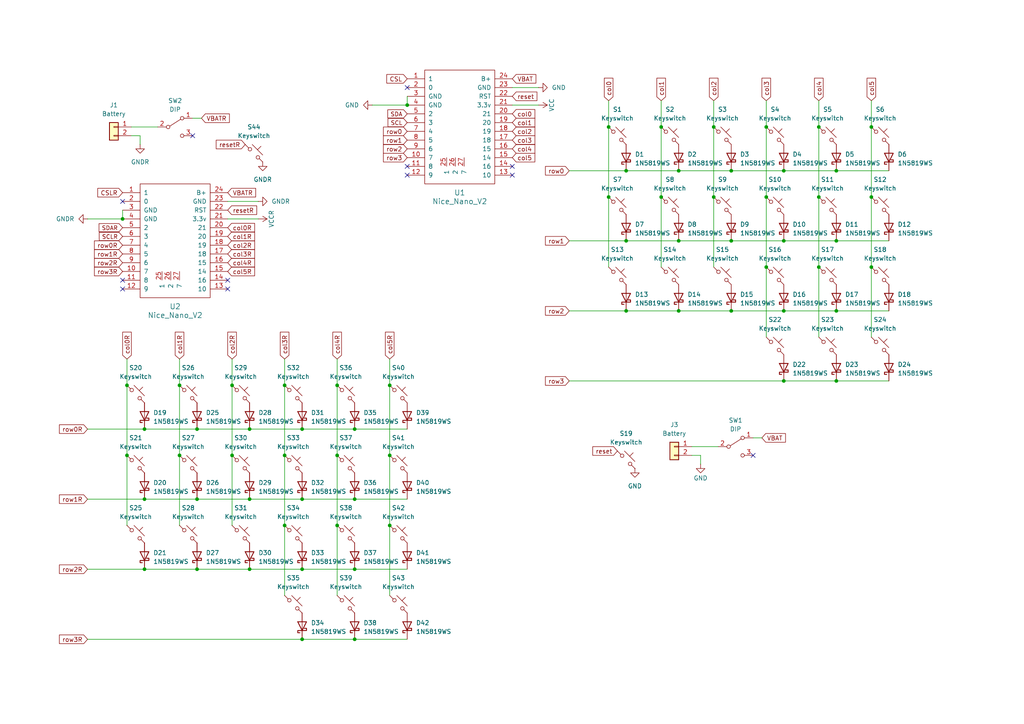
<source format=kicad_sch>
(kicad_sch (version 20231120) (generator "eeschema") (generator_version "8.0")
  (paper "A4")
  (junction (at 196.85 90.17))
  (junction (at 97.79 111.76))
  (junction (at 176.53 57.15))
  (junction (at 87.63 165.1))
  (junction (at 41.91 124.46))
  (junction (at 67.31 111.76))
  (junction (at 97.79 152.4))
  (junction (at 181.61 49.53))
  (junction (at 72.39 165.1))
  (junction (at 87.63 124.46))
  (junction (at 242.57 49.53))
  (junction (at 97.79 132.08))
  (junction (at 207.01 36.83))
  (junction (at 52.07 132.08))
  (junction (at 57.15 124.46))
  (junction (at 222.25 57.15))
  (junction (at 237.49 57.15))
  (junction (at 102.87 124.46))
  (junction (at 67.31 132.08))
  (junction (at 35.56 63.5))
  (junction (at 227.33 90.17))
  (junction (at 82.55 111.76))
  (junction (at 242.57 110.49))
  (junction (at 87.63 185.42))
  (junction (at 72.39 144.78))
  (junction (at 227.33 110.49))
  (junction (at 82.55 152.4))
  (junction (at 41.91 165.1))
  (junction (at 237.49 36.83))
  (junction (at 176.53 36.83))
  (junction (at 222.25 36.83))
  (junction (at 242.57 90.17))
  (junction (at 36.83 111.76))
  (junction (at 227.33 49.53))
  (junction (at 252.73 57.15))
  (junction (at 113.03 132.08))
  (junction (at 118.11 30.48))
  (junction (at 181.61 69.85))
  (junction (at 87.63 144.78))
  (junction (at 181.61 90.17))
  (junction (at 212.09 49.53))
  (junction (at 72.39 124.46))
  (junction (at 102.87 165.1))
  (junction (at 207.01 57.15))
  (junction (at 237.49 77.47))
  (junction (at 36.83 132.08))
  (junction (at 191.77 57.15))
  (junction (at 113.03 152.4))
  (junction (at 102.87 185.42))
  (junction (at 212.09 69.85))
  (junction (at 196.85 69.85))
  (junction (at 82.55 132.08))
  (junction (at 222.25 77.47))
  (junction (at 212.09 90.17))
  (junction (at 252.73 36.83))
  (junction (at 102.87 144.78))
  (junction (at 191.77 36.83))
  (junction (at 57.15 165.1))
  (junction (at 41.91 144.78))
  (junction (at 227.33 69.85))
  (junction (at 57.15 144.78))
  (junction (at 52.07 111.76))
  (junction (at 113.03 111.76))
  (junction (at 196.85 49.53))
  (junction (at 252.73 77.47))
  (junction (at 242.57 69.85))
  (no_connect (at 118.11 25.4))
  (no_connect (at 55.88 39.37))
  (no_connect (at 218.44 132.08))
  (no_connect (at 66.04 83.82))
  (no_connect (at 118.11 50.8))
  (no_connect (at 66.04 81.28))
  (no_connect (at 35.56 81.28))
  (no_connect (at 148.59 50.8))
  (no_connect (at 118.11 48.26))
  (no_connect (at 35.56 83.82))
  (no_connect (at 148.59 48.26))
  (no_connect (at 35.56 58.42))
  (wire (pts (xy 55.88 34.29) (xy 58.42 34.29)))
  (wire (pts (xy 66.04 58.42) (xy 74.93 58.42)))
  (wire (pts (xy 237.49 57.15) (xy 237.49 77.47)))
  (wire (pts (xy 52.07 111.76) (xy 52.07 132.08)))
  (wire (pts (xy 25.4 124.46) (xy 41.91 124.46)))
  (wire (pts (xy 227.33 90.17) (xy 242.57 90.17)))
  (wire (pts (xy 252.73 29.21) (xy 252.73 36.83)))
  (wire (pts (xy 82.55 104.14) (xy 82.55 111.76)))
  (wire (pts (xy 191.77 29.21) (xy 191.77 36.83)))
  (wire (pts (xy 36.83 104.14) (xy 36.83 111.76)))
  (wire (pts (xy 242.57 69.85) (xy 257.81 69.85)))
  (wire (pts (xy 102.87 185.42) (xy 118.11 185.42)))
  (wire (pts (xy 72.39 124.46) (xy 87.63 124.46)))
  (wire (pts (xy 252.73 36.83) (xy 252.73 57.15)))
  (wire (pts (xy 165.1 69.85) (xy 181.61 69.85)))
  (wire (pts (xy 52.07 104.14) (xy 52.07 111.76)))
  (wire (pts (xy 97.79 104.14) (xy 97.79 111.76)))
  (wire (pts (xy 87.63 144.78) (xy 102.87 144.78)))
  (wire (pts (xy 181.61 69.85) (xy 196.85 69.85)))
  (wire (pts (xy 41.91 165.1) (xy 57.15 165.1)))
  (wire (pts (xy 176.53 29.21) (xy 176.53 36.83)))
  (wire (pts (xy 57.15 144.78) (xy 72.39 144.78)))
  (wire (pts (xy 222.25 36.83) (xy 222.25 57.15)))
  (wire (pts (xy 45.72 36.83) (xy 38.1 36.83)))
  (wire (pts (xy 25.4 165.1) (xy 41.91 165.1)))
  (wire (pts (xy 207.01 57.15) (xy 207.01 77.47)))
  (wire (pts (xy 118.11 27.94) (xy 118.11 30.48)))
  (wire (pts (xy 222.25 57.15) (xy 222.25 77.47)))
  (wire (pts (xy 222.25 29.21) (xy 222.25 36.83)))
  (wire (pts (xy 200.66 132.08) (xy 203.2 132.08)))
  (wire (pts (xy 107.95 30.48) (xy 118.11 30.48)))
  (wire (pts (xy 87.63 124.46) (xy 102.87 124.46)))
  (wire (pts (xy 66.04 63.5) (xy 74.93 63.5)))
  (wire (pts (xy 203.2 132.08) (xy 203.2 134.62)))
  (wire (pts (xy 38.1 39.37) (xy 40.64 39.37)))
  (wire (pts (xy 82.55 111.76) (xy 82.55 132.08)))
  (wire (pts (xy 165.1 49.53) (xy 181.61 49.53)))
  (wire (pts (xy 176.53 57.15) (xy 176.53 77.47)))
  (wire (pts (xy 113.03 132.08) (xy 113.03 152.4)))
  (wire (pts (xy 196.85 49.53) (xy 212.09 49.53)))
  (wire (pts (xy 41.91 144.78) (xy 57.15 144.78)))
  (wire (pts (xy 97.79 111.76) (xy 97.79 132.08)))
  (wire (pts (xy 237.49 36.83) (xy 237.49 57.15)))
  (wire (pts (xy 176.53 36.83) (xy 176.53 57.15)))
  (wire (pts (xy 87.63 165.1) (xy 102.87 165.1)))
  (wire (pts (xy 57.15 124.46) (xy 72.39 124.46)))
  (wire (pts (xy 237.49 77.47) (xy 237.49 97.79)))
  (wire (pts (xy 242.57 49.53) (xy 257.81 49.53)))
  (wire (pts (xy 252.73 77.47) (xy 252.73 97.79)))
  (wire (pts (xy 102.87 144.78) (xy 118.11 144.78)))
  (wire (pts (xy 57.15 165.1) (xy 72.39 165.1)))
  (wire (pts (xy 196.85 90.17) (xy 212.09 90.17)))
  (wire (pts (xy 212.09 69.85) (xy 227.33 69.85)))
  (wire (pts (xy 36.83 111.76) (xy 36.83 132.08)))
  (wire (pts (xy 25.4 185.42) (xy 87.63 185.42)))
  (wire (pts (xy 148.59 30.48) (xy 156.21 30.48)))
  (wire (pts (xy 222.25 77.47) (xy 222.25 97.79)))
  (wire (pts (xy 165.1 110.49) (xy 227.33 110.49)))
  (wire (pts (xy 113.03 104.14) (xy 113.03 111.76)))
  (wire (pts (xy 25.4 63.5) (xy 35.56 63.5)))
  (wire (pts (xy 252.73 57.15) (xy 252.73 77.47)))
  (wire (pts (xy 227.33 110.49) (xy 242.57 110.49)))
  (wire (pts (xy 208.28 129.54) (xy 200.66 129.54)))
  (wire (pts (xy 52.07 132.08) (xy 52.07 152.4)))
  (wire (pts (xy 67.31 132.08) (xy 67.31 152.4)))
  (wire (pts (xy 72.39 144.78) (xy 87.63 144.78)))
  (wire (pts (xy 40.64 39.37) (xy 40.64 41.91)))
  (wire (pts (xy 102.87 165.1) (xy 118.11 165.1)))
  (wire (pts (xy 218.44 127) (xy 220.98 127)))
  (wire (pts (xy 191.77 36.83) (xy 191.77 57.15)))
  (wire (pts (xy 242.57 110.49) (xy 257.81 110.49)))
  (wire (pts (xy 113.03 111.76) (xy 113.03 132.08)))
  (wire (pts (xy 67.31 111.76) (xy 67.31 132.08)))
  (wire (pts (xy 36.83 132.08) (xy 36.83 152.4)))
  (wire (pts (xy 196.85 69.85) (xy 212.09 69.85)))
  (wire (pts (xy 181.61 90.17) (xy 196.85 90.17)))
  (wire (pts (xy 67.31 104.14) (xy 67.31 111.76)))
  (wire (pts (xy 25.4 144.78) (xy 41.91 144.78)))
  (wire (pts (xy 113.03 152.4) (xy 113.03 172.72)))
  (wire (pts (xy 165.1 90.17) (xy 181.61 90.17)))
  (wire (pts (xy 227.33 69.85) (xy 242.57 69.85)))
  (wire (pts (xy 242.57 90.17) (xy 257.81 90.17)))
  (wire (pts (xy 102.87 124.46) (xy 118.11 124.46)))
  (wire (pts (xy 72.39 165.1) (xy 87.63 165.1)))
  (wire (pts (xy 87.63 185.42) (xy 102.87 185.42)))
  (wire (pts (xy 82.55 132.08) (xy 82.55 152.4)))
  (wire (pts (xy 207.01 29.21) (xy 207.01 36.83)))
  (wire (pts (xy 97.79 132.08) (xy 97.79 152.4)))
  (wire (pts (xy 237.49 29.21) (xy 237.49 36.83)))
  (wire (pts (xy 227.33 49.53) (xy 242.57 49.53)))
  (wire (pts (xy 41.91 124.46) (xy 57.15 124.46)))
  (wire (pts (xy 191.77 57.15) (xy 191.77 77.47)))
  (wire (pts (xy 35.56 60.96) (xy 35.56 63.5)))
  (wire (pts (xy 207.01 36.83) (xy 207.01 57.15)))
  (wire (pts (xy 212.09 49.53) (xy 227.33 49.53)))
  (wire (pts (xy 148.59 25.4) (xy 156.21 25.4)))
  (wire (pts (xy 181.61 49.53) (xy 196.85 49.53)))
  (wire (pts (xy 212.09 90.17) (xy 227.33 90.17)))
  (wire (pts (xy 82.55 152.4) (xy 82.55 172.72)))
  (wire (pts (xy 97.79 152.4) (xy 97.79 172.72)))
  (global_label "VBAT" (shape input) (at 220.98 127 0) (property "Intersheetrefs" "${INTERSHEET_REFS}" (effects (hide yes))))
  (global_label "col3R" (shape input) (at 66.04 73.66 0) (property "Intersheetrefs" "${INTERSHEET_REFS}" (effects (hide yes))))
  (global_label "row2" (shape input) (at 118.11 43.18 180) (property "Intersheetrefs" "${INTERSHEET_REFS}" (effects (hide yes))))
  (global_label "CSL" (shape input) (at 118.11 22.86 180) (property "Intersheetrefs" "${INTERSHEET_REFS}" (effects (hide yes))))
  (global_label "SDA" (shape input) (at 118.11 33.02 180) (effects (font (size 1.1938 1.1938))) (property "Intersheetrefs" "${INTERSHEET_REFS}" (effects (hide yes))))
  (global_label "col5R" (shape input) (at 66.04 78.74 0) (property "Intersheetrefs" "${INTERSHEET_REFS}" (effects (hide yes))))
  (global_label "col1" (shape input) (at 148.59 35.56 0) (property "Intersheetrefs" "${INTERSHEET_REFS}" (effects (hide yes))))
  (global_label "VBATR" (shape input) (at 66.04 55.88 0) (property "Intersheetrefs" "${INTERSHEET_REFS}" (effects (hide yes))))
  (global_label "SDAR" (shape input) (at 35.56 66.04 180) (effects (font (size 1.1938 1.1938))) (property "Intersheetrefs" "${INTERSHEET_REFS}" (effects (hide yes))))
  (global_label "row2R" (shape input) (at 25.4 165.1 180) (property "Intersheetrefs" "${INTERSHEET_REFS}" (effects (hide yes))))
  (global_label "VBAT" (shape input) (at 148.59 22.86 0) (property "Intersheetrefs" "${INTERSHEET_REFS}" (effects (hide yes))))
  (global_label "col3" (shape input) (at 222.25 29.21 90) (property "Intersheetrefs" "${INTERSHEET_REFS}" (effects (hide yes))))
  (global_label "row0" (shape input) (at 165.1 49.53 180) (property "Intersheetrefs" "${INTERSHEET_REFS}" (effects (hide yes))))
  (global_label "col0R" (shape input) (at 66.04 66.04 0) (property "Intersheetrefs" "${INTERSHEET_REFS}" (effects (hide yes))))
  (global_label "col1R" (shape input) (at 52.07 104.14 90) (property "Intersheetrefs" "${INTERSHEET_REFS}" (effects (hide yes))))
  (global_label "col4" (shape input) (at 148.59 43.18 0) (property "Intersheetrefs" "${INTERSHEET_REFS}" (effects (hide yes))))
  (global_label "col2R" (shape input) (at 66.04 71.12 0) (property "Intersheetrefs" "${INTERSHEET_REFS}" (effects (hide yes))))
  (global_label "col1R" (shape input) (at 66.04 68.58 0) (property "Intersheetrefs" "${INTERSHEET_REFS}" (effects (hide yes))))
  (global_label "CSLR" (shape input) (at 35.56 55.88 180) (property "Intersheetrefs" "${INTERSHEET_REFS}" (effects (hide yes))))
  (global_label "VBATR" (shape input) (at 58.42 34.29 0) (property "Intersheetrefs" "${INTERSHEET_REFS}" (effects (hide yes))))
  (global_label "row2" (shape input) (at 165.1 90.17 180) (property "Intersheetrefs" "${INTERSHEET_REFS}" (effects (hide yes))))
  (global_label "col3" (shape input) (at 148.59 40.64 0) (property "Intersheetrefs" "${INTERSHEET_REFS}" (effects (hide yes))))
  (global_label "col0" (shape input) (at 176.53 29.21 90) (property "Intersheetrefs" "${INTERSHEET_REFS}" (effects (hide yes))))
  (global_label "row1R" (shape input) (at 25.4 144.78 180) (property "Intersheetrefs" "${INTERSHEET_REFS}" (effects (hide yes))))
  (global_label "row1R" (shape input) (at 35.56 73.66 180) (property "Intersheetrefs" "${INTERSHEET_REFS}" (effects (hide yes))))
  (global_label "col5" (shape input) (at 252.73 29.21 90) (property "Intersheetrefs" "${INTERSHEET_REFS}" (effects (hide yes))))
  (global_label "col4" (shape input) (at 237.49 29.21 90) (property "Intersheetrefs" "${INTERSHEET_REFS}" (effects (hide yes))))
  (global_label "col5R" (shape input) (at 113.03 104.14 90) (property "Intersheetrefs" "${INTERSHEET_REFS}" (effects (hide yes))))
  (global_label "col2R" (shape input) (at 67.31 104.14 90) (property "Intersheetrefs" "${INTERSHEET_REFS}" (effects (hide yes))))
  (global_label "col0R" (shape input) (at 36.83 104.14 90) (property "Intersheetrefs" "${INTERSHEET_REFS}" (effects (hide yes))))
  (global_label "SCL" (shape input) (at 118.11 35.56 180) (effects (font (size 1.1938 1.1938))) (property "Intersheetrefs" "${INTERSHEET_REFS}" (effects (hide yes))))
  (global_label "resetR" (shape input) (at 66.04 60.96 0) (property "Intersheetrefs" "${INTERSHEET_REFS}" (effects (hide yes))))
  (global_label "row0R" (shape input) (at 25.4 124.46 180) (property "Intersheetrefs" "${INTERSHEET_REFS}" (effects (hide yes))))
  (global_label "col3R" (shape input) (at 82.55 104.14 90) (property "Intersheetrefs" "${INTERSHEET_REFS}" (effects (hide yes))))
  (global_label "reset" (shape input) (at 148.59 27.94 0) (property "Intersheetrefs" "${INTERSHEET_REFS}" (effects (hide yes))))
  (global_label "row3R" (shape input) (at 35.56 78.74 180) (property "Intersheetrefs" "${INTERSHEET_REFS}" (effects (hide yes))))
  (global_label "resetR" (shape input) (at 71.12 41.91 180) (property "Intersheetrefs" "${INTERSHEET_REFS}" (effects (hide yes))))
  (global_label "row3R" (shape input) (at 25.4 185.42 180) (property "Intersheetrefs" "${INTERSHEET_REFS}" (effects (hide yes))))
  (global_label "reset" (shape input) (at 179.07 130.81 180) (property "Intersheetrefs" "${INTERSHEET_REFS}" (effects (hide yes))))
  (global_label "row3" (shape input) (at 165.1 110.49 180) (property "Intersheetrefs" "${INTERSHEET_REFS}" (effects (hide yes))))
  (global_label "row1" (shape input) (at 165.1 69.85 180) (property "Intersheetrefs" "${INTERSHEET_REFS}" (effects (hide yes))))
  (global_label "col4R" (shape input) (at 97.79 104.14 90) (property "Intersheetrefs" "${INTERSHEET_REFS}" (effects (hide yes))))
  (global_label "row0" (shape input) (at 118.11 38.1 180) (property "Intersheetrefs" "${INTERSHEET_REFS}" (effects (hide yes))))
  (global_label "col0" (shape input) (at 148.59 33.02 0) (property "Intersheetrefs" "${INTERSHEET_REFS}" (effects (hide yes))))
  (global_label "row1" (shape input) (at 118.11 40.64 180) (property "Intersheetrefs" "${INTERSHEET_REFS}" (effects (hide yes))))
  (global_label "col2" (shape input) (at 148.59 38.1 0) (property "Intersheetrefs" "${INTERSHEET_REFS}" (effects (hide yes))))
  (global_label "row3" (shape input) (at 118.11 45.72 180) (property "Intersheetrefs" "${INTERSHEET_REFS}" (effects (hide yes))))
  (global_label "col2" (shape input) (at 207.01 29.21 90) (property "Intersheetrefs" "${INTERSHEET_REFS}" (effects (hide yes))))
  (global_label "col1" (shape input) (at 191.77 29.21 90) (property "Intersheetrefs" "${INTERSHEET_REFS}" (effects (hide yes))))
  (global_label "col4R" (shape input) (at 66.04 76.2 0) (property "Intersheetrefs" "${INTERSHEET_REFS}" (effects (hide yes))))
  (global_label "row2R" (shape input) (at 35.56 76.2 180) (property "Intersheetrefs" "${INTERSHEET_REFS}" (effects (hide yes))))
  (global_label "SCLR" (shape input) (at 35.56 68.58 180) (effects (font (size 1.1938 1.1938))) (property "Intersheetrefs" "${INTERSHEET_REFS}" (effects (hide yes))))
  (global_label "row0R" (shape input) (at 35.56 71.12 180) (property "Intersheetrefs" "${INTERSHEET_REFS}" (effects (hide yes))))
  (global_label "col5" (shape input) (at 148.59 45.72 0) (property "Intersheetrefs" "${INTERSHEET_REFS}" (effects (hide yes))))
  (symbol (lib_id "power:GND") (at 156.21 25.4 90) (unit 1)
    (property "Reference" "#PWR02" (effects (hide yes)))
    (property "Value" "GND" (at 160.02 25.3999 90) (effects (justify right)))
    (property "Description" "Power symbol creates a global label with name \"GND\" , ground" (effects (hide yes)))
  )
  (symbol (lib_id "Diode:1N5819WS") (at 41.91 120.65 90) (unit 1)
    (property "Reference" "D19" (at 44.45 119.6974 90) (effects (justify right)))
    (property "Value" "1N5819WS" (at 44.45 122.2374 90) (effects (justify right)))
    (property "Footprint" "Keebio-Parts.pretty-master:D_SOD123" (effects (hide yes)))
    (property "Datasheet" "https://datasheet.lcsc.com/lcsc/2204281430_Guangdong-Hottech-1N5819WS_C191023.pdf" (effects (hide yes)))
    (property "Description" "40V 600mV@1A 1A SOD-323 Schottky Barrier Diodes, SOD-323" (effects (hide yes)))
  )
  (symbol (lib_id "Diode:1N5819WS") (at 181.61 45.72 90) (unit 1)
    (property "Reference" "D1" (at 184.15 44.7674 90) (effects (justify right)))
    (property "Value" "1N5819WS" (at 184.15 47.3074 90) (effects (justify right)))
    (property "Footprint" "Keebio-Parts.pretty-master:D_SOD123" (effects (hide yes)))
    (property "Datasheet" "https://datasheet.lcsc.com/lcsc/2204281430_Guangdong-Hottech-1N5819WS_C191023.pdf" (effects (hide yes)))
    (property "Description" "40V 600mV@1A 1A SOD-323 Schottky Barrier Diodes, SOD-323" (effects (hide yes)))
  )
  (symbol (lib_id "ScottoKeebs:Placeholder_Keyswitch") (at 69.85 114.3 0) (unit 1)
    (property "Reference" "S29" (at 69.85 106.68 0))
    (property "Value" "Keyswitch" (at 69.85 109.22 0))
    (property "Footprint" "Keebio-Parts.pretty-master:MXLP" (effects (hide yes)))
    (property "Description" "Push button switch, normally open, two pins, 45° tilted" (effects (hide yes)))
  )
  (symbol (lib_id "Diode:1N5819WS") (at 102.87 161.29 90) (unit 1)
    (property "Reference" "D37" (at 105.41 160.3374 90) (effects (justify right)))
    (property "Value" "1N5819WS" (at 105.41 162.8774 90) (effects (justify right)))
    (property "Footprint" "Keebio-Parts.pretty-master:D_SOD123" (effects (hide yes)))
    (property "Datasheet" "https://datasheet.lcsc.com/lcsc/2204281430_Guangdong-Hottech-1N5819WS_C191023.pdf" (effects (hide yes)))
    (property "Description" "40V 600mV@1A 1A SOD-323 Schottky Barrier Diodes, SOD-323" (effects (hide yes)))
  )
  (symbol (lib_id "ScottoKeebs:MCU_Nice_Nano_V2") (at 133.35 36.83 0) (unit 1)
    (property "Reference" "U1" (at 133.35 55.88 0) (effects (font (size 1.524 1.524))))
    (property "Value" "Nice_Nano_V2" (at 133.35 58.42 0) (effects (font (size 1.524 1.524))))
    (property "Footprint" "ScottoKeebs_MCU:Nice_Nano_V2" (effects (hide yes)))
  )
  (symbol (lib_id "Connector_Generic:Conn_01x02") (at 33.02 36.83 0) (mirror y) (unit 1)
    (property "Reference" "J1" (at 33.02 30.48 0))
    (property "Value" "Battery" (at 33.02 33.02 0))
    (property "Footprint" "Connector_PinHeader_2.54mm:PinHeader_1x02_P2.54mm_Vertical" (effects (hide yes)))
  )
  (symbol (lib_id "Diode:1N5819WS") (at 212.09 66.04 90) (unit 1)
    (property "Reference" "D9" (at 214.63 65.0874 90) (effects (justify right)))
    (property "Value" "1N5819WS" (at 214.63 67.6274 90) (effects (justify right)))
    (property "Footprint" "Keebio-Parts.pretty-master:D_SOD123" (effects (hide yes)))
    (property "Datasheet" "https://datasheet.lcsc.com/lcsc/2204281430_Guangdong-Hottech-1N5819WS_C191023.pdf" (effects (hide yes)))
    (property "Description" "40V 600mV@1A 1A SOD-323 Schottky Barrier Diodes, SOD-323" (effects (hide yes)))
  )
  (symbol (lib_id "ScottoKeebs:Placeholder_Keyswitch") (at 69.85 154.94 0) (unit 1)
    (property "Reference" "S31" (at 69.85 147.32 0))
    (property "Value" "Keyswitch" (at 69.85 149.86 0))
    (property "Footprint" "Keebio-Parts.pretty-master:MXLP" (effects (hide yes)))
    (property "Description" "Push button switch, normally open, two pins, 45° tilted" (effects (hide yes)))
  )
  (symbol (lib_id "Diode:1N5819WS") (at 227.33 86.36 90) (unit 1)
    (property "Reference" "D16" (at 229.87 85.4074 90) (effects (justify right)))
    (property "Value" "1N5819WS" (at 229.87 87.9474 90) (effects (justify right)))
    (property "Footprint" "Keebio-Parts.pretty-master:D_SOD123" (effects (hide yes)))
    (property "Datasheet" "https://datasheet.lcsc.com/lcsc/2204281430_Guangdong-Hottech-1N5819WS_C191023.pdf" (effects (hide yes)))
    (property "Description" "40V 600mV@1A 1A SOD-323 Schottky Barrier Diodes, SOD-323" (effects (hide yes)))
  )
  (symbol (lib_id "power:GND") (at 40.64 41.91 0) (unit 1)
    (property "Reference" "#PWR05" (effects (hide yes)))
    (property "Value" "GNDR" (at 40.64 46.99 0))
  )
  (symbol (lib_id "Diode:1N5819WS") (at 242.57 45.72 90) (unit 1)
    (property "Reference" "D5" (at 245.11 44.7674 90) (effects (justify right)))
    (property "Value" "1N5819WS" (at 245.11 47.3074 90) (effects (justify right)))
    (property "Footprint" "Keebio-Parts.pretty-master:D_SOD123" (effects (hide yes)))
    (property "Datasheet" "https://datasheet.lcsc.com/lcsc/2204281430_Guangdong-Hottech-1N5819WS_C191023.pdf" (effects (hide yes)))
    (property "Description" "40V 600mV@1A 1A SOD-323 Schottky Barrier Diodes, SOD-323" (effects (hide yes)))
  )
  (symbol (lib_id "ScottoKeebs:Placeholder_Keyswitch") (at 224.79 100.33 0) (unit 1)
    (property "Reference" "S22" (at 224.79 92.71 0))
    (property "Value" "Keyswitch" (at 224.79 95.25 0))
    (property "Footprint" "Keebio-Parts.pretty-master:MXLP" (effects (hide yes)))
    (property "Description" "Push button switch, normally open, two pins, 45° tilted" (effects (hide yes)))
  )
  (symbol (lib_id "ScottoKeebs:Placeholder_Keyswitch") (at 115.57 154.94 0) (unit 1)
    (property "Reference" "S42" (at 115.57 147.32 0))
    (property "Value" "Keyswitch" (at 115.57 149.86 0))
    (property "Footprint" "Keebio-Parts.pretty-master:MXLP" (effects (hide yes)))
    (property "Description" "Push button switch, normally open, two pins, 45° tilted" (effects (hide yes)))
  )
  (symbol (lib_id "ScottoKeebs:Placeholder_Keyswitch") (at 194.31 59.69 0) (unit 1)
    (property "Reference" "S8" (at 194.31 52.07 0))
    (property "Value" "Keyswitch" (at 194.31 54.61 0))
    (property "Footprint" "Keebio-Parts.pretty-master:MXLP" (effects (hide yes)))
    (property "Description" "Push button switch, normally open, two pins, 45° tilted" (effects (hide yes)))
  )
  (symbol (lib_id "Diode:1N5819WS") (at 57.15 161.29 90) (unit 1)
    (property "Reference" "D27" (at 59.69 160.3374 90) (effects (justify right)))
    (property "Value" "1N5819WS" (at 59.69 162.8774 90) (effects (justify right)))
    (property "Footprint" "Keebio-Parts.pretty-master:D_SOD123" (effects (hide yes)))
    (property "Datasheet" "https://datasheet.lcsc.com/lcsc/2204281430_Guangdong-Hottech-1N5819WS_C191023.pdf" (effects (hide yes)))
    (property "Description" "40V 600mV@1A 1A SOD-323 Schottky Barrier Diodes, SOD-323" (effects (hide yes)))
  )
  (symbol (lib_id "ScottoKeebs:Placeholder_Keyswitch") (at 240.03 39.37 0) (unit 1)
    (property "Reference" "S5" (at 240.03 31.75 0))
    (property "Value" "Keyswitch" (at 240.03 34.29 0))
    (property "Footprint" "Keebio-Parts.pretty-master:MXLP" (effects (hide yes)))
    (property "Description" "Push button switch, normally open, two pins, 45° tilted" (effects (hide yes)))
  )
  (symbol (lib_id "Diode:1N5819WS") (at 212.09 86.36 90) (unit 1)
    (property "Reference" "D15" (at 214.63 85.4074 90) (effects (justify right)))
    (property "Value" "1N5819WS" (at 214.63 87.9474 90) (effects (justify right)))
    (property "Footprint" "Keebio-Parts.pretty-master:D_SOD123" (effects (hide yes)))
    (property "Datasheet" "https://datasheet.lcsc.com/lcsc/2204281430_Guangdong-Hottech-1N5819WS_C191023.pdf" (effects (hide yes)))
    (property "Description" "40V 600mV@1A 1A SOD-323 Schottky Barrier Diodes, SOD-323" (effects (hide yes)))
  )
  (symbol (lib_id "ScottoKeebs:Placeholder_Keyswitch") (at 100.33 175.26 0) (unit 1)
    (property "Reference" "S39" (at 100.33 167.64 0))
    (property "Value" "Keyswitch" (at 100.33 170.18 0))
    (property "Footprint" "Keebio-Parts.pretty-master:MXLP" (effects (hide yes)))
    (property "Description" "Push button switch, normally open, two pins, 45° tilted" (effects (hide yes)))
  )
  (symbol (lib_id "Diode:1N5819WS") (at 257.81 45.72 90) (unit 1)
    (property "Reference" "D6" (at 260.35 44.7674 90) (effects (justify right)))
    (property "Value" "1N5819WS" (at 260.35 47.3074 90) (effects (justify right)))
    (property "Footprint" "Keebio-Parts.pretty-master:D_SOD123" (effects (hide yes)))
    (property "Datasheet" "https://datasheet.lcsc.com/lcsc/2204281430_Guangdong-Hottech-1N5819WS_C191023.pdf" (effects (hide yes)))
    (property "Description" "40V 600mV@1A 1A SOD-323 Schottky Barrier Diodes, SOD-323" (effects (hide yes)))
  )
  (symbol (lib_id "Diode:1N5819WS") (at 41.91 140.97 90) (unit 1)
    (property "Reference" "D20" (at 44.45 140.0174 90) (effects (justify right)))
    (property "Value" "1N5819WS" (at 44.45 142.5574 90) (effects (justify right)))
    (property "Footprint" "Keebio-Parts.pretty-master:D_SOD123" (effects (hide yes)))
    (property "Datasheet" "https://datasheet.lcsc.com/lcsc/2204281430_Guangdong-Hottech-1N5819WS_C191023.pdf" (effects (hide yes)))
    (property "Description" "40V 600mV@1A 1A SOD-323 Schottky Barrier Diodes, SOD-323" (effects (hide yes)))
  )
  (symbol (lib_id "ScottoKeebs:Placeholder_Keyswitch") (at 115.57 114.3 0) (unit 1)
    (property "Reference" "S40" (at 115.57 106.68 0))
    (property "Value" "Keyswitch" (at 115.57 109.22 0))
    (property "Footprint" "Keebio-Parts.pretty-master:MXLP" (effects (hide yes)))
    (property "Description" "Push button switch, normally open, two pins, 45° tilted" (effects (hide yes)))
  )
  (symbol (lib_id "power:GND") (at 107.95 30.48 270) (unit 1)
    (property "Reference" "#PWR03" (effects (hide yes)))
    (property "Value" "GND" (at 104.14 30.4799 90) (effects (justify right)))
    (property "Description" "Power symbol creates a global label with name \"GND\" , ground" (effects (hide yes)))
  )
  (symbol (lib_id "Diode:1N5819WS") (at 102.87 140.97 90) (unit 1)
    (property "Reference" "D36" (at 105.41 140.0174 90) (effects (justify right)))
    (property "Value" "1N5819WS" (at 105.41 142.5574 90) (effects (justify right)))
    (property "Footprint" "Keebio-Parts.pretty-master:D_SOD123" (effects (hide yes)))
    (property "Datasheet" "https://datasheet.lcsc.com/lcsc/2204281430_Guangdong-Hottech-1N5819WS_C191023.pdf" (effects (hide yes)))
    (property "Description" "40V 600mV@1A 1A SOD-323 Schottky Barrier Diodes, SOD-323" (effects (hide yes)))
  )
  (symbol (lib_id "ScottoKeebs:Placeholder_Keyswitch") (at 85.09 154.94 0) (unit 1)
    (property "Reference" "S34" (at 85.09 147.32 0))
    (property "Value" "Keyswitch" (at 85.09 149.86 0))
    (property "Footprint" "Keebio-Parts.pretty-master:MXLP" (effects (hide yes)))
    (property "Description" "Push button switch, normally open, two pins, 45° tilted" (effects (hide yes)))
  )
  (symbol (lib_id "Diode:1N5819WS") (at 257.81 106.68 90) (unit 1)
    (property "Reference" "D24" (at 260.35 105.7274 90) (effects (justify right)))
    (property "Value" "1N5819WS" (at 260.35 108.2674 90) (effects (justify right)))
    (property "Footprint" "Keebio-Parts.pretty-master:D_SOD123" (effects (hide yes)))
    (property "Datasheet" "https://datasheet.lcsc.com/lcsc/2204281430_Guangdong-Hottech-1N5819WS_C191023.pdf" (effects (hide yes)))
    (property "Description" "40V 600mV@1A 1A SOD-323 Schottky Barrier Diodes, SOD-323" (effects (hide yes)))
  )
  (symbol (lib_id "Diode:1N5819WS") (at 212.09 45.72 90) (unit 1)
    (property "Reference" "D3" (at 214.63 44.7674 90) (effects (justify right)))
    (property "Value" "1N5819WS" (at 214.63 47.3074 90) (effects (justify right)))
    (property "Footprint" "Keebio-Parts.pretty-master:D_SOD123" (effects (hide yes)))
    (property "Datasheet" "https://datasheet.lcsc.com/lcsc/2204281430_Guangdong-Hottech-1N5819WS_C191023.pdf" (effects (hide yes)))
    (property "Description" "40V 600mV@1A 1A SOD-323 Schottky Barrier Diodes, SOD-323" (effects (hide yes)))
  )
  (symbol (lib_id "corne-mxlp-rescue:VCC-power") (at 74.93 63.5 270) (unit 1)
    (property "Reference" "#PWR014" (effects (hide yes)))
    (property "Value" "VCCR" (at 78.74 63.5 0))
  )
  (symbol (lib_id "Connector_Generic:Conn_01x02") (at 195.58 129.54 0) (mirror y) (unit 1)
    (property "Reference" "J3" (at 195.58 123.19 0))
    (property "Value" "Battery" (at 195.58 125.73 0))
    (property "Footprint" "Connector_PinHeader_2.54mm:PinHeader_1x02_P2.54mm_Vertical" (effects (hide yes)))
  )
  (symbol (lib_id "ScottoKeebs:Placeholder_Keyswitch") (at 255.27 39.37 0) (unit 1)
    (property "Reference" "S6" (at 255.27 31.75 0))
    (property "Value" "Keyswitch" (at 255.27 34.29 0))
    (property "Footprint" "Keebio-Parts.pretty-master:MXLP" (effects (hide yes)))
    (property "Description" "Push button switch, normally open, two pins, 45° tilted" (effects (hide yes)))
  )
  (symbol (lib_id "Diode:1N5819WS") (at 102.87 181.61 90) (unit 1)
    (property "Reference" "D38" (at 105.41 180.6574 90) (effects (justify right)))
    (property "Value" "1N5819WS" (at 105.41 183.1974 90) (effects (justify right)))
    (property "Footprint" "Keebio-Parts.pretty-master:D_SOD123" (effects (hide yes)))
    (property "Datasheet" "https://datasheet.lcsc.com/lcsc/2204281430_Guangdong-Hottech-1N5819WS_C191023.pdf" (effects (hide yes)))
    (property "Description" "40V 600mV@1A 1A SOD-323 Schottky Barrier Diodes, SOD-323" (effects (hide yes)))
  )
  (symbol (lib_id "corne-mxlp-rescue:VCC-power") (at 156.21 30.48 270) (unit 1)
    (property "Reference" "#PWR08" (effects (hide yes)))
    (property "Value" "VCC" (at 160.02 30.48 0))
  )
  (symbol (lib_id "ScottoKeebs:Placeholder_Keyswitch") (at 115.57 175.26 0) (unit 1)
    (property "Reference" "S43" (at 115.57 167.64 0))
    (property "Value" "Keyswitch" (at 115.57 170.18 0))
    (property "Footprint" "Keebio-Parts.pretty-master:MXLP" (effects (hide yes)))
    (property "Description" "Push button switch, normally open, two pins, 45° tilted" (effects (hide yes)))
  )
  (symbol (lib_id "ScottoKeebs:Placeholder_Keyswitch") (at 194.31 39.37 0) (unit 1)
    (property "Reference" "S2" (at 194.31 31.75 0))
    (property "Value" "Keyswitch" (at 194.31 34.29 0))
    (property "Footprint" "Keebio-Parts.pretty-master:MXLP" (effects (hide yes)))
    (property "Description" "Push button switch, normally open, two pins, 45° tilted" (effects (hide yes)))
  )
  (symbol (lib_id "ScottoKeebs:Placeholder_Keyswitch") (at 255.27 100.33 0) (unit 1)
    (property "Reference" "S24" (at 255.27 92.71 0))
    (property "Value" "Keyswitch" (at 255.27 95.25 0))
    (property "Footprint" "Keebio-Parts.pretty-master:MXLP" (effects (hide yes)))
    (property "Description" "Push button switch, normally open, two pins, 45° tilted" (effects (hide yes)))
  )
  (symbol (lib_id "Switch:SW_SPDT") (at 213.36 129.54 0) (unit 1)
    (property "Reference" "SW1" (at 213.36 121.92 0))
    (property "Value" "DIP" (at 213.36 124.46 0))
    (property "Footprint" "Button_Switch_SMD:SW_SPDT_PCM12" (effects (hide yes)))
    (property "LCSC Part Number" "C221841" (effects (hide yes)))
  )
  (symbol (lib_id "Diode:1N5819WS") (at 196.85 86.36 90) (unit 1)
    (property "Reference" "D14" (at 199.39 85.4074 90) (effects (justify right)))
    (property "Value" "1N5819WS" (at 199.39 87.9474 90) (effects (justify right)))
    (property "Footprint" "Keebio-Parts.pretty-master:D_SOD123" (effects (hide yes)))
    (property "Datasheet" "https://datasheet.lcsc.com/lcsc/2204281430_Guangdong-Hottech-1N5819WS_C191023.pdf" (effects (hide yes)))
    (property "Description" "40V 600mV@1A 1A SOD-323 Schottky Barrier Diodes, SOD-323" (effects (hide yes)))
  )
  (symbol (lib_id "Diode:1N5819WS") (at 181.61 66.04 90) (unit 1)
    (property "Reference" "D7" (at 184.15 65.0874 90) (effects (justify right)))
    (property "Value" "1N5819WS" (at 184.15 67.6274 90) (effects (justify right)))
    (property "Footprint" "Keebio-Parts.pretty-master:D_SOD123" (effects (hide yes)))
    (property "Datasheet" "https://datasheet.lcsc.com/lcsc/2204281430_Guangdong-Hottech-1N5819WS_C191023.pdf" (effects (hide yes)))
    (property "Description" "40V 600mV@1A 1A SOD-323 Schottky Barrier Diodes, SOD-323" (effects (hide yes)))
  )
  (symbol (lib_id "Diode:1N5819WS") (at 87.63 120.65 90) (unit 1)
    (property "Reference" "D31" (at 90.17 119.6974 90) (effects (justify right)))
    (property "Value" "1N5819WS" (at 90.17 122.2374 90) (effects (justify right)))
    (property "Footprint" "Keebio-Parts.pretty-master:D_SOD123" (effects (hide yes)))
    (property "Datasheet" "https://datasheet.lcsc.com/lcsc/2204281430_Guangdong-Hottech-1N5819WS_C191023.pdf" (effects (hide yes)))
    (property "Description" "40V 600mV@1A 1A SOD-323 Schottky Barrier Diodes, SOD-323" (effects (hide yes)))
  )
  (symbol (lib_id "ScottoKeebs:Placeholder_Keyswitch") (at 179.07 59.69 0) (unit 1)
    (property "Reference" "S7" (at 179.07 52.07 0))
    (property "Value" "Keyswitch" (at 179.07 54.61 0))
    (property "Footprint" "Keebio-Parts.pretty-master:MXLP" (effects (hide yes)))
    (property "Description" "Push button switch, normally open, two pins, 45° tilted" (effects (hide yes)))
  )
  (symbol (lib_id "ScottoKeebs:Placeholder_Keyswitch") (at 100.33 154.94 0) (unit 1)
    (property "Reference" "S38" (at 100.33 147.32 0))
    (property "Value" "Keyswitch" (at 100.33 149.86 0))
    (property "Footprint" "Keebio-Parts.pretty-master:MXLP" (effects (hide yes)))
    (property "Description" "Push button switch, normally open, two pins, 45° tilted" (effects (hide yes)))
  )
  (symbol (lib_id "ScottoKeebs:Placeholder_Keyswitch") (at 224.79 59.69 0) (unit 1)
    (property "Reference" "S10" (at 224.79 52.07 0))
    (property "Value" "Keyswitch" (at 224.79 54.61 0))
    (property "Footprint" "Keebio-Parts.pretty-master:MXLP" (effects (hide yes)))
    (property "Description" "Push button switch, normally open, two pins, 45° tilted" (effects (hide yes)))
  )
  (symbol (lib_id "ScottoKeebs:Placeholder_Keyswitch") (at 255.27 80.01 0) (unit 1)
    (property "Reference" "S18" (at 255.27 72.39 0))
    (property "Value" "Keyswitch" (at 255.27 74.93 0))
    (property "Footprint" "Keebio-Parts.pretty-master:MXLP" (effects (hide yes)))
    (property "Description" "Push button switch, normally open, two pins, 45° tilted" (effects (hide yes)))
  )
  (symbol (lib_id "power:GND") (at 25.4 63.5 270) (unit 1)
    (property "Reference" "#PWR04" (effects (hide yes)))
    (property "Value" "GNDR" (at 21.59 63.4999 90) (effects (justify right)))
    (property "Description" "Power symbol creates a global label with name \"GND\" , ground" (effects (hide yes)))
  )
  (symbol (lib_id "Diode:1N5819WS") (at 242.57 106.68 90) (unit 1)
    (property "Reference" "D23" (at 245.11 105.7274 90) (effects (justify right)))
    (property "Value" "1N5819WS" (at 245.11 108.2674 90) (effects (justify right)))
    (property "Footprint" "Keebio-Parts.pretty-master:D_SOD123" (effects (hide yes)))
    (property "Datasheet" "https://datasheet.lcsc.com/lcsc/2204281430_Guangdong-Hottech-1N5819WS_C191023.pdf" (effects (hide yes)))
    (property "Description" "40V 600mV@1A 1A SOD-323 Schottky Barrier Diodes, SOD-323" (effects (hide yes)))
  )
  (symbol (lib_id "ScottoKeebs:Placeholder_Keyswitch") (at 73.66 44.45 0) (unit 1)
    (property "Reference" "S44" (at 73.66 36.83 0))
    (property "Value" "Keyswitch" (at 73.66 39.37 0))
    (property "Footprint" "kbd:ResetSW" (effects (hide yes)))
    (property "Description" "Push button switch, normally open, two pins, 45° tilted" (effects (hide yes)))
  )
  (symbol (lib_id "Diode:1N5819WS") (at 196.85 66.04 90) (unit 1)
    (property "Reference" "D8" (at 199.39 65.0874 90) (effects (justify right)))
    (property "Value" "1N5819WS" (at 199.39 67.6274 90) (effects (justify right)))
    (property "Footprint" "Keebio-Parts.pretty-master:D_SOD123" (effects (hide yes)))
    (property "Datasheet" "https://datasheet.lcsc.com/lcsc/2204281430_Guangdong-Hottech-1N5819WS_C191023.pdf" (effects (hide yes)))
    (property "Description" "40V 600mV@1A 1A SOD-323 Schottky Barrier Diodes, SOD-323" (effects (hide yes)))
  )
  (symbol (lib_id "Diode:1N5819WS") (at 87.63 161.29 90) (unit 1)
    (property "Reference" "D33" (at 90.17 160.3374 90) (effects (justify right)))
    (property "Value" "1N5819WS" (at 90.17 162.8774 90) (effects (justify right)))
    (property "Footprint" "Keebio-Parts.pretty-master:D_SOD123" (effects (hide yes)))
    (property "Datasheet" "https://datasheet.lcsc.com/lcsc/2204281430_Guangdong-Hottech-1N5819WS_C191023.pdf" (effects (hide yes)))
    (property "Description" "40V 600mV@1A 1A SOD-323 Schottky Barrier Diodes, SOD-323" (effects (hide yes)))
  )
  (symbol (lib_id "ScottoKeebs:Placeholder_Keyswitch") (at 240.03 80.01 0) (unit 1)
    (property "Reference" "S17" (at 240.03 72.39 0))
    (property "Value" "Keyswitch" (at 240.03 74.93 0))
    (property "Footprint" "Keebio-Parts.pretty-master:MXLP" (effects (hide yes)))
    (property "Description" "Push button switch, normally open, two pins, 45° tilted" (effects (hide yes)))
  )
  (symbol (lib_id "Switch:SW_SPDT") (at 50.8 36.83 0) (unit 1)
    (property "Reference" "SW2" (at 50.8 29.21 0))
    (property "Value" "DIP" (at 50.8 31.75 0))
    (property "Footprint" "Button_Switch_SMD:SW_SPDT_PCM12" (effects (hide yes)))
    (property "LCSC Part Number" "C221841" (effects (hide yes)))
  )
  (symbol (lib_id "ScottoKeebs:Placeholder_Keyswitch") (at 85.09 134.62 0) (unit 1)
    (property "Reference" "S33" (at 85.09 127 0))
    (property "Value" "Keyswitch" (at 85.09 129.54 0))
    (property "Footprint" "Keebio-Parts.pretty-master:MXLP" (effects (hide yes)))
    (property "Description" "Push button switch, normally open, two pins, 45° tilted" (effects (hide yes)))
  )
  (symbol (lib_id "ScottoKeebs:Placeholder_Keyswitch") (at 240.03 100.33 0) (unit 1)
    (property "Reference" "S23" (at 240.03 92.71 0))
    (property "Value" "Keyswitch" (at 240.03 95.25 0))
    (property "Footprint" "Keebio-Parts.pretty-master:MXLP" (effects (hide yes)))
    (property "Description" "Push button switch, normally open, two pins, 45° tilted" (effects (hide yes)))
  )
  (symbol (lib_id "ScottoKeebs:Placeholder_Keyswitch") (at 179.07 39.37 0) (unit 1)
    (property "Reference" "S1" (at 179.07 31.75 0))
    (property "Value" "Keyswitch" (at 179.07 34.29 0))
    (property "Footprint" "Keebio-Parts.pretty-master:MXLP" (effects (hide yes)))
    (property "Description" "Push button switch, normally open, two pins, 45° tilted" (effects (hide yes)))
  )
  (symbol (lib_id "ScottoKeebs:Placeholder_Keyswitch") (at 209.55 39.37 0) (unit 1)
    (property "Reference" "S3" (at 209.55 31.75 0))
    (property "Value" "Keyswitch" (at 209.55 34.29 0))
    (property "Footprint" "Keebio-Parts.pretty-master:MXLP" (effects (hide yes)))
    (property "Description" "Push button switch, normally open, two pins, 45° tilted" (effects (hide yes)))
  )
  (symbol (lib_id "ScottoKeebs:Placeholder_Keyswitch") (at 69.85 134.62 0) (unit 1)
    (property "Reference" "S30" (at 69.85 127 0))
    (property "Value" "Keyswitch" (at 69.85 129.54 0))
    (property "Footprint" "Keebio-Parts.pretty-master:MXLP" (effects (hide yes)))
    (property "Description" "Push button switch, normally open, two pins, 45° tilted" (effects (hide yes)))
  )
  (symbol (lib_id "Diode:1N5819WS") (at 257.81 66.04 90) (unit 1)
    (property "Reference" "D12" (at 260.35 65.0874 90) (effects (justify right)))
    (property "Value" "1N5819WS" (at 260.35 67.6274 90) (effects (justify right)))
    (property "Footprint" "Keebio-Parts.pretty-master:D_SOD123" (effects (hide yes)))
    (property "Datasheet" "https://datasheet.lcsc.com/lcsc/2204281430_Guangdong-Hottech-1N5819WS_C191023.pdf" (effects (hide yes)))
    (property "Description" "40V 600mV@1A 1A SOD-323 Schottky Barrier Diodes, SOD-323" (effects (hide yes)))
  )
  (symbol (lib_id "Diode:1N5819WS") (at 57.15 140.97 90) (unit 1)
    (property "Reference" "D26" (at 59.69 140.0174 90) (effects (justify right)))
    (property "Value" "1N5819WS" (at 59.69 142.5574 90) (effects (justify right)))
    (property "Footprint" "Keebio-Parts.pretty-master:D_SOD123" (effects (hide yes)))
    (property "Datasheet" "https://datasheet.lcsc.com/lcsc/2204281430_Guangdong-Hottech-1N5819WS_C191023.pdf" (effects (hide yes)))
    (property "Description" "40V 600mV@1A 1A SOD-323 Schottky Barrier Diodes, SOD-323" (effects (hide yes)))
  )
  (symbol (lib_id "Diode:1N5819WS") (at 227.33 106.68 90) (unit 1)
    (property "Reference" "D22" (at 229.87 105.7274 90) (effects (justify right)))
    (property "Value" "1N5819WS" (at 229.87 108.2674 90) (effects (justify right)))
    (property "Footprint" "Keebio-Parts.pretty-master:D_SOD123" (effects (hide yes)))
    (property "Datasheet" "https://datasheet.lcsc.com/lcsc/2204281430_Guangdong-Hottech-1N5819WS_C191023.pdf" (effects (hide yes)))
    (property "Description" "40V 600mV@1A 1A SOD-323 Schottky Barrier Diodes, SOD-323" (effects (hide yes)))
  )
  (symbol (lib_id "Diode:1N5819WS") (at 227.33 45.72 90) (unit 1)
    (property "Reference" "D4" (at 229.87 44.7674 90) (effects (justify right)))
    (property "Value" "1N5819WS" (at 229.87 47.3074 90) (effects (justify right)))
    (property "Footprint" "Keebio-Parts.pretty-master:D_SOD123" (effects (hide yes)))
    (property "Datasheet" "https://datasheet.lcsc.com/lcsc/2204281430_Guangdong-Hottech-1N5819WS_C191023.pdf" (effects (hide yes)))
    (property "Description" "40V 600mV@1A 1A SOD-323 Schottky Barrier Diodes, SOD-323" (effects (hide yes)))
  )
  (symbol (lib_id "power:GND") (at 184.15 135.89 0) (unit 1)
    (property "Reference" "#PWR01" (effects (hide yes)))
    (property "Value" "GND" (at 184.15 140.97 0))
    (property "Description" "Power symbol creates a global label with name \"GND\" , ground" (effects (hide yes)))
  )
  (symbol (lib_id "ScottoKeebs:Placeholder_Keyswitch") (at 224.79 80.01 0) (unit 1)
    (property "Reference" "S16" (at 224.79 72.39 0))
    (property "Value" "Keyswitch" (at 224.79 74.93 0))
    (property "Footprint" "Keebio-Parts.pretty-master:MXLP" (effects (hide yes)))
    (property "Description" "Push button switch, normally open, two pins, 45° tilted" (effects (hide yes)))
  )
  (symbol (lib_id "ScottoKeebs:Placeholder_Keyswitch") (at 115.57 134.62 0) (unit 1)
    (property "Reference" "S41" (at 115.57 127 0))
    (property "Value" "Keyswitch" (at 115.57 129.54 0))
    (property "Footprint" "Keebio-Parts.pretty-master:MXLP" (effects (hide yes)))
    (property "Description" "Push button switch, normally open, two pins, 45° tilted" (effects (hide yes)))
  )
  (symbol (lib_id "ScottoKeebs:Placeholder_Keyswitch") (at 179.07 80.01 0) (unit 1)
    (property "Reference" "S13" (at 179.07 72.39 0))
    (property "Value" "Keyswitch" (at 179.07 74.93 0))
    (property "Footprint" "Keebio-Parts.pretty-master:MXLP" (effects (hide yes)))
    (property "Description" "Push button switch, normally open, two pins, 45° tilted" (effects (hide yes)))
  )
  (symbol (lib_id "power:GND") (at 203.2 134.62 0) (unit 1)
    (property "Reference" "#PWR011" (effects (hide yes)))
    (property "Value" "GND" (at 203.2 138.6761 0))
  )
  (symbol (lib_id "ScottoKeebs:Placeholder_Keyswitch") (at 39.37 114.3 0) (unit 1)
    (property "Reference" "S20" (at 39.37 106.68 0))
    (property "Value" "Keyswitch" (at 39.37 109.22 0))
    (property "Footprint" "Keebio-Parts.pretty-master:MXLP" (effects (hide yes)))
    (property "Description" "Push button switch, normally open, two pins, 45° tilted" (effects (hide yes)))
  )
  (symbol (lib_id "ScottoKeebs:Placeholder_Keyswitch") (at 255.27 59.69 0) (unit 1)
    (property "Reference" "S12" (at 255.27 52.07 0))
    (property "Value" "Keyswitch" (at 255.27 54.61 0))
    (property "Footprint" "Keebio-Parts.pretty-master:MXLP" (effects (hide yes)))
    (property "Description" "Push button switch, normally open, two pins, 45° tilted" (effects (hide yes)))
  )
  (symbol (lib_id "Diode:1N5819WS") (at 72.39 161.29 90) (unit 1)
    (property "Reference" "D30" (at 74.93 160.3374 90) (effects (justify right)))
    (property "Value" "1N5819WS" (at 74.93 162.8774 90) (effects (justify right)))
    (property "Footprint" "Keebio-Parts.pretty-master:D_SOD123" (effects (hide yes)))
    (property "Datasheet" "https://datasheet.lcsc.com/lcsc/2204281430_Guangdong-Hottech-1N5819WS_C191023.pdf" (effects (hide yes)))
    (property "Description" "40V 600mV@1A 1A SOD-323 Schottky Barrier Diodes, SOD-323" (effects (hide yes)))
  )
  (symbol (lib_id "Diode:1N5819WS") (at 196.85 45.72 90) (unit 1)
    (property "Reference" "D2" (at 199.39 44.7674 90) (effects (justify right)))
    (property "Value" "1N5819WS" (at 199.39 47.3074 90) (effects (justify right)))
    (property "Footprint" "Keebio-Parts.pretty-master:D_SOD123" (effects (hide yes)))
    (property "Datasheet" "https://datasheet.lcsc.com/lcsc/2204281430_Guangdong-Hottech-1N5819WS_C191023.pdf" (effects (hide yes)))
    (property "Description" "40V 600mV@1A 1A SOD-323 Schottky Barrier Diodes, SOD-323" (effects (hide yes)))
  )
  (symbol (lib_id "Diode:1N5819WS") (at 118.11 161.29 90) (unit 1)
    (property "Reference" "D41" (at 120.65 160.3374 90) (effects (justify right)))
    (property "Value" "1N5819WS" (at 120.65 162.8774 90) (effects (justify right)))
    (property "Footprint" "Keebio-Parts.pretty-master:D_SOD123" (effects (hide yes)))
    (property "Datasheet" "https://datasheet.lcsc.com/lcsc/2204281430_Guangdong-Hottech-1N5819WS_C191023.pdf" (effects (hide yes)))
    (property "Description" "40V 600mV@1A 1A SOD-323 Schottky Barrier Diodes, SOD-323" (effects (hide yes)))
  )
  (symbol (lib_id "Diode:1N5819WS") (at 257.81 86.36 90) (unit 1)
    (property "Reference" "D18" (at 260.35 85.4074 90) (effects (justify right)))
    (property "Value" "1N5819WS" (at 260.35 87.9474 90) (effects (justify right)))
    (property "Footprint" "Keebio-Parts.pretty-master:D_SOD123" (effects (hide yes)))
    (property "Datasheet" "https://datasheet.lcsc.com/lcsc/2204281430_Guangdong-Hottech-1N5819WS_C191023.pdf" (effects (hide yes)))
    (property "Description" "40V 600mV@1A 1A SOD-323 Schottky Barrier Diodes, SOD-323" (effects (hide yes)))
  )
  (symbol (lib_id "ScottoKeebs:MCU_Nice_Nano_V2") (at 50.8 69.85 0) (unit 1)
    (property "Reference" "U2" (at 50.8 88.9 0) (effects (font (size 1.524 1.524))))
    (property "Value" "Nice_Nano_V2" (at 50.8 91.44 0) (effects (font (size 1.524 1.524))))
    (property "Footprint" "ScottoKeebs_MCU:Nice_Nano_V2" (effects (hide yes)))
  )
  (symbol (lib_id "Diode:1N5819WS") (at 118.11 140.97 90) (unit 1)
    (property "Reference" "D40" (at 120.65 140.0174 90) (effects (justify right)))
    (property "Value" "1N5819WS" (at 120.65 142.5574 90) (effects (justify right)))
    (property "Footprint" "Keebio-Parts.pretty-master:D_SOD123" (effects (hide yes)))
    (property "Datasheet" "https://datasheet.lcsc.com/lcsc/2204281430_Guangdong-Hottech-1N5819WS_C191023.pdf" (effects (hide yes)))
    (property "Description" "40V 600mV@1A 1A SOD-323 Schottky Barrier Diodes, SOD-323" (effects (hide yes)))
  )
  (symbol (lib_id "ScottoKeebs:Placeholder_Keyswitch") (at 194.31 80.01 0) (unit 1)
    (property "Reference" "S14" (at 194.31 72.39 0))
    (property "Value" "Keyswitch" (at 194.31 74.93 0))
    (property "Footprint" "Keebio-Parts.pretty-master:MXLP" (effects (hide yes)))
    (property "Description" "Push button switch, normally open, two pins, 45° tilted" (effects (hide yes)))
  )
  (symbol (lib_id "Diode:1N5819WS") (at 242.57 66.04 90) (unit 1)
    (property "Reference" "D11" (at 245.11 65.0874 90) (effects (justify right)))
    (property "Value" "1N5819WS" (at 245.11 67.6274 90) (effects (justify right)))
    (property "Footprint" "Keebio-Parts.pretty-master:D_SOD123" (effects (hide yes)))
    (property "Datasheet" "https://datasheet.lcsc.com/lcsc/2204281430_Guangdong-Hottech-1N5819WS_C191023.pdf" (effects (hide yes)))
    (property "Description" "40V 600mV@1A 1A SOD-323 Schottky Barrier Diodes, SOD-323" (effects (hide yes)))
  )
  (symbol (lib_id "ScottoKeebs:Placeholder_Keyswitch") (at 54.61 154.94 0) (unit 1)
    (property "Reference" "S28" (at 54.61 147.32 0))
    (property "Value" "Keyswitch" (at 54.61 149.86 0))
    (property "Footprint" "Keebio-Parts.pretty-master:MXLP" (effects (hide yes)))
    (property "Description" "Push button switch, normally open, two pins, 45° tilted" (effects (hide yes)))
  )
  (symbol (lib_id "power:GND") (at 74.93 58.42 90) (unit 1)
    (property "Reference" "#PWR013" (effects (hide yes)))
    (property "Value" "GNDR" (at 78.74 58.4199 90) (effects (justify right)))
    (property "Description" "Power symbol creates a global label with name \"GND\" , ground" (effects (hide yes)))
  )
  (symbol (lib_id "Diode:1N5819WS") (at 72.39 120.65 90) (unit 1)
    (property "Reference" "D28" (at 74.93 119.6974 90) (effects (justify right)))
    (property "Value" "1N5819WS" (at 74.93 122.2374 90) (effects (justify right)))
    (property "Footprint" "Keebio-Parts.pretty-master:D_SOD123" (effects (hide yes)))
    (property "Datasheet" "https://datasheet.lcsc.com/lcsc/2204281430_Guangdong-Hottech-1N5819WS_C191023.pdf" (effects (hide yes)))
    (property "Description" "40V 600mV@1A 1A SOD-323 Schottky Barrier Diodes, SOD-323" (effects (hide yes)))
  )
  (symbol (lib_id "Diode:1N5819WS") (at 181.61 86.36 90) (unit 1)
    (property "Reference" "D13" (at 184.15 85.4074 90) (effects (justify right)))
    (property "Value" "1N5819WS" (at 184.15 87.9474 90) (effects (justify right)))
    (property "Footprint" "Keebio-Parts.pretty-master:D_SOD123" (effects (hide yes)))
    (property "Datasheet" "https://datasheet.lcsc.com/lcsc/2204281430_Guangdong-Hottech-1N5819WS_C191023.pdf" (effects (hide yes)))
    (property "Description" "40V 600mV@1A 1A SOD-323 Schottky Barrier Diodes, SOD-323" (effects (hide yes)))
  )
  (symbol (lib_id "Diode:1N5819WS") (at 118.11 120.65 90) (unit 1)
    (property "Reference" "D39" (at 120.65 119.6974 90) (effects (justify right)))
    (property "Value" "1N5819WS" (at 120.65 122.2374 90) (effects (justify right)))
    (property "Footprint" "Keebio-Parts.pretty-master:D_SOD123" (effects (hide yes)))
    (property "Datasheet" "https://datasheet.lcsc.com/lcsc/2204281430_Guangdong-Hottech-1N5819WS_C191023.pdf" (effects (hide yes)))
    (property "Description" "40V 600mV@1A 1A SOD-323 Schottky Barrier Diodes, SOD-323" (effects (hide yes)))
  )
  (symbol (lib_id "ScottoKeebs:Placeholder_Keyswitch") (at 240.03 59.69 0) (unit 1)
    (property "Reference" "S11" (at 240.03 52.07 0))
    (property "Value" "Keyswitch" (at 240.03 54.61 0))
    (property "Footprint" "Keebio-Parts.pretty-master:MXLP" (effects (hide yes)))
    (property "Description" "Push button switch, normally open, two pins, 45° tilted" (effects (hide yes)))
  )
  (symbol (lib_id "ScottoKeebs:Placeholder_Keyswitch") (at 54.61 134.62 0) (unit 1)
    (property "Reference" "S27" (at 54.61 127 0))
    (property "Value" "Keyswitch" (at 54.61 129.54 0))
    (property "Footprint" "Keebio-Parts.pretty-master:MXLP" (effects (hide yes)))
    (property "Description" "Push button switch, normally open, two pins, 45° tilted" (effects (hide yes)))
  )
  (symbol (lib_id "Diode:1N5819WS") (at 242.57 86.36 90) (unit 1)
    (property "Reference" "D17" (at 245.11 85.4074 90) (effects (justify right)))
    (property "Value" "1N5819WS" (at 245.11 87.9474 90) (effects (justify right)))
    (property "Footprint" "Keebio-Parts.pretty-master:D_SOD123" (effects (hide yes)))
    (property "Datasheet" "https://datasheet.lcsc.com/lcsc/2204281430_Guangdong-Hottech-1N5819WS_C191023.pdf" (effects (hide yes)))
    (property "Description" "40V 600mV@1A 1A SOD-323 Schottky Barrier Diodes, SOD-323" (effects (hide yes)))
  )
  (symbol (lib_id "Diode:1N5819WS") (at 118.11 181.61 90) (unit 1)
    (property "Reference" "D42" (at 120.65 180.6574 90) (effects (justify right)))
    (property "Value" "1N5819WS" (at 120.65 183.1974 90) (effects (justify right)))
    (property "Footprint" "Keebio-Parts.pretty-master:D_SOD123" (effects (hide yes)))
    (property "Datasheet" "https://datasheet.lcsc.com/lcsc/2204281430_Guangdong-Hottech-1N5819WS_C191023.pdf" (effects (hide yes)))
    (property "Description" "40V 600mV@1A 1A SOD-323 Schottky Barrier Diodes, SOD-323" (effects (hide yes)))
  )
  (symbol (lib_id "Diode:1N5819WS") (at 57.15 120.65 90) (unit 1)
    (property "Reference" "D25" (at 59.69 119.6974 90) (effects (justify right)))
    (property "Value" "1N5819WS" (at 59.69 122.2374 90) (effects (justify right)))
    (property "Footprint" "Keebio-Parts.pretty-master:D_SOD123" (effects (hide yes)))
    (property "Datasheet" "https://datasheet.lcsc.com/lcsc/2204281430_Guangdong-Hottech-1N5819WS_C191023.pdf" (effects (hide yes)))
    (property "Description" "40V 600mV@1A 1A SOD-323 Schottky Barrier Diodes, SOD-323" (effects (hide yes)))
  )
  (symbol (lib_id "Diode:1N5819WS") (at 87.63 181.61 90) (unit 1)
    (property "Reference" "D34" (at 90.17 180.6574 90) (effects (justify right)))
    (property "Value" "1N5819WS" (at 90.17 183.1974 90) (effects (justify right)))
    (property "Footprint" "Keebio-Parts.pretty-master:D_SOD123" (effects (hide yes)))
    (property "Datasheet" "https://datasheet.lcsc.com/lcsc/2204281430_Guangdong-Hottech-1N5819WS_C191023.pdf" (effects (hide yes)))
    (property "Description" "40V 600mV@1A 1A SOD-323 Schottky Barrier Diodes, SOD-323" (effects (hide yes)))
  )
  (symbol (lib_id "Diode:1N5819WS") (at 227.33 66.04 90) (unit 1)
    (property "Reference" "D10" (at 229.87 65.0874 90) (effects (justify right)))
    (property "Value" "1N5819WS" (at 229.87 67.6274 90) (effects (justify right)))
    (property "Footprint" "Keebio-Parts.pretty-master:D_SOD123" (effects (hide yes)))
    (property "Datasheet" "https://datasheet.lcsc.com/lcsc/2204281430_Guangdong-Hottech-1N5819WS_C191023.pdf" (effects (hide yes)))
    (property "Description" "40V 600mV@1A 1A SOD-323 Schottky Barrier Diodes, SOD-323" (effects (hide yes)))
  )
  (symbol (lib_id "ScottoKeebs:Placeholder_Keyswitch") (at 209.55 80.01 0) (unit 1)
    (property "Reference" "S15" (at 209.55 72.39 0))
    (property "Value" "Keyswitch" (at 209.55 74.93 0))
    (property "Footprint" "Keebio-Parts.pretty-master:MXLP" (effects (hide yes)))
    (property "Description" "Push button switch, normally open, two pins, 45° tilted" (effects (hide yes)))
  )
  (symbol (lib_id "Diode:1N5819WS") (at 41.91 161.29 90) (unit 1)
    (property "Reference" "D21" (at 44.45 160.3374 90) (effects (justify right)))
    (property "Value" "1N5819WS" (at 44.45 162.8774 90) (effects (justify right)))
    (property "Footprint" "Keebio-Parts.pretty-master:D_SOD123" (effects (hide yes)))
    (property "Datasheet" "https://datasheet.lcsc.com/lcsc/2204281430_Guangdong-Hottech-1N5819WS_C191023.pdf" (effects (hide yes)))
    (property "Description" "40V 600mV@1A 1A SOD-323 Schottky Barrier Diodes, SOD-323" (effects (hide yes)))
  )
  (symbol (lib_id "ScottoKeebs:Placeholder_Keyswitch") (at 39.37 154.94 0) (unit 1)
    (property "Reference" "S25" (at 39.37 147.32 0))
    (property "Value" "Keyswitch" (at 39.37 149.86 0))
    (property "Footprint" "Keebio-Parts.pretty-master:MXLP" (effects (hide yes)))
    (property "Description" "Push button switch, normally open, two pins, 45° tilted" (effects (hide yes)))
  )
  (symbol (lib_id "Diode:1N5819WS") (at 102.87 120.65 90) (unit 1)
    (property "Reference" "D35" (at 105.41 119.6974 90) (effects (justify right)))
    (property "Value" "1N5819WS" (at 105.41 122.2374 90) (effects (justify right)))
    (property "Footprint" "Keebio-Parts.pretty-master:D_SOD123" (effects (hide yes)))
    (property "Datasheet" "https://datasheet.lcsc.com/lcsc/2204281430_Guangdong-Hottech-1N5819WS_C191023.pdf" (effects (hide yes)))
    (property "Description" "40V 600mV@1A 1A SOD-323 Schottky Barrier Diodes, SOD-323" (effects (hide yes)))
  )
  (symbol (lib_id "ScottoKeebs:Placeholder_Keyswitch") (at 100.33 114.3 0) (unit 1)
    (property "Reference" "S36" (at 100.33 106.68 0))
    (property "Value" "Keyswitch" (at 100.33 109.22 0))
    (property "Footprint" "Keebio-Parts.pretty-master:MXLP" (effects (hide yes)))
    (property "Description" "Push button switch, normally open, two pins, 45° tilted" (effects (hide yes)))
  )
  (symbol (lib_id "power:GND") (at 76.2 46.99 0) (unit 1)
    (property "Reference" "#PWR06" (effects (hide yes)))
    (property "Value" "GNDR" (at 76.2 52.07 0))
    (property "Description" "Power symbol creates a global label with name \"GND\" , ground" (effects (hide yes)))
  )
  (symbol (lib_id "ScottoKeebs:Placeholder_Keyswitch") (at 181.61 133.35 0) (unit 1)
    (property "Reference" "S19" (at 181.61 125.73 0))
    (property "Value" "Keyswitch" (at 181.61 128.27 0))
    (property "Footprint" "kbd:ResetSW" (effects (hide yes)))
    (property "Description" "Push button switch, normally open, two pins, 45° tilted" (effects (hide yes)))
  )
  (symbol (lib_id "ScottoKeebs:Placeholder_Keyswitch") (at 39.37 134.62 0) (unit 1)
    (property "Reference" "S21" (at 39.37 127 0))
    (property "Value" "Keyswitch" (at 39.37 129.54 0))
    (property "Footprint" "Keebio-Parts.pretty-master:MXLP" (effects (hide yes)))
    (property "Description" "Push button switch, normally open, two pins, 45° tilted" (effects (hide yes)))
  )
  (symbol (lib_id "Diode:1N5819WS") (at 87.63 140.97 90) (unit 1)
    (property "Reference" "D32" (at 90.17 140.0174 90) (effects (justify right)))
    (property "Value" "1N5819WS" (at 90.17 142.5574 90) (effects (justify right)))
    (property "Footprint" "Keebio-Parts.pretty-master:D_SOD123" (effects (hide yes)))
    (property "Datasheet" "https://datasheet.lcsc.com/lcsc/2204281430_Guangdong-Hottech-1N5819WS_C191023.pdf" (effects (hide yes)))
    (property "Description" "40V 600mV@1A 1A SOD-323 Schottky Barrier Diodes, SOD-323" (effects (hide yes)))
  )
  (symbol (lib_id "ScottoKeebs:Placeholder_Keyswitch") (at 209.55 59.69 0) (unit 1)
    (property "Reference" "S9" (at 209.55 52.07 0))
    (property "Value" "Keyswitch" (at 209.55 54.61 0))
    (property "Footprint" "Keebio-Parts.pretty-master:MXLP" (effects (hide yes)))
    (property "Description" "Push button switch, normally open, two pins, 45° tilted" (effects (hide yes)))
  )
  (symbol (lib_id "ScottoKeebs:Placeholder_Keyswitch") (at 100.33 134.62 0) (unit 1)
    (property "Reference" "S37" (at 100.33 127 0))
    (property "Value" "Keyswitch" (at 100.33 129.54 0))
    (property "Footprint" "Keebio-Parts.pretty-master:MXLP" (effects (hide yes)))
    (property "Description" "Push button switch, normally open, two pins, 45° tilted" (effects (hide yes)))
  )
  (symbol (lib_id "ScottoKeebs:Placeholder_Keyswitch") (at 85.09 175.26 0) (unit 1)
    (property "Reference" "S35" (at 85.09 167.64 0))
    (property "Value" "Keyswitch" (at 85.09 170.18 0))
    (property "Footprint" "Keebio-Parts.pretty-master:MXLP" (effects (hide yes)))
    (property "Description" "Push button switch, normally open, two pins, 45° tilted" (effects (hide yes)))
  )
  (symbol (lib_id "ScottoKeebs:Placeholder_Keyswitch") (at 54.61 114.3 0) (unit 1)
    (property "Reference" "S26" (at 54.61 106.68 0))
    (property "Value" "Keyswitch" (at 54.61 109.22 0))
    (property "Footprint" "Keebio-Parts.pretty-master:MXLP" (effects (hide yes)))
    (property "Description" "Push button switch, normally open, two pins, 45° tilted" (effects (hide yes)))
  )
  (symbol (lib_id "ScottoKeebs:Placeholder_Keyswitch") (at 224.79 39.37 0) (unit 1)
    (property "Reference" "S4" (at 224.79 31.75 0))
    (property "Value" "Keyswitch" (at 224.79 34.29 0))
    (property "Footprint" "Keebio-Parts.pretty-master:MXLP" (effects (hide yes)))
    (property "Description" "Push button switch, normally open, two pins, 45° tilted" (effects (hide yes)))
  )
  (symbol (lib_id "ScottoKeebs:Placeholder_Keyswitch") (at 85.09 114.3 0) (unit 1)
    (property "Reference" "S32" (at 85.09 106.68 0))
    (property "Value" "Keyswitch" (at 85.09 109.22 0))
    (property "Footprint" "Keebio-Parts.pretty-master:MXLP" (effects (hide yes)))
    (property "Description" "Push button switch, normally open, two pins, 45° tilted" (effects (hide yes)))
  )
  (symbol (lib_id "Diode:1N5819WS") (at 72.39 140.97 90) (unit 1)
    (property "Reference" "D29" (at 74.93 140.0174 90) (effects (justify right)))
    (property "Value" "1N5819WS" (at 74.93 142.5574 90) (effects (justify right)))
    (property "Footprint" "Keebio-Parts.pretty-master:D_SOD123" (effects (hide yes)))
    (property "Datasheet" "https://datasheet.lcsc.com/lcsc/2204281430_Guangdong-Hottech-1N5819WS_C191023.pdf" (effects (hide yes)))
    (property "Description" "40V 600mV@1A 1A SOD-323 Schottky Barrier Diodes, SOD-323" (effects (hide yes)))
  )
)
</source>
